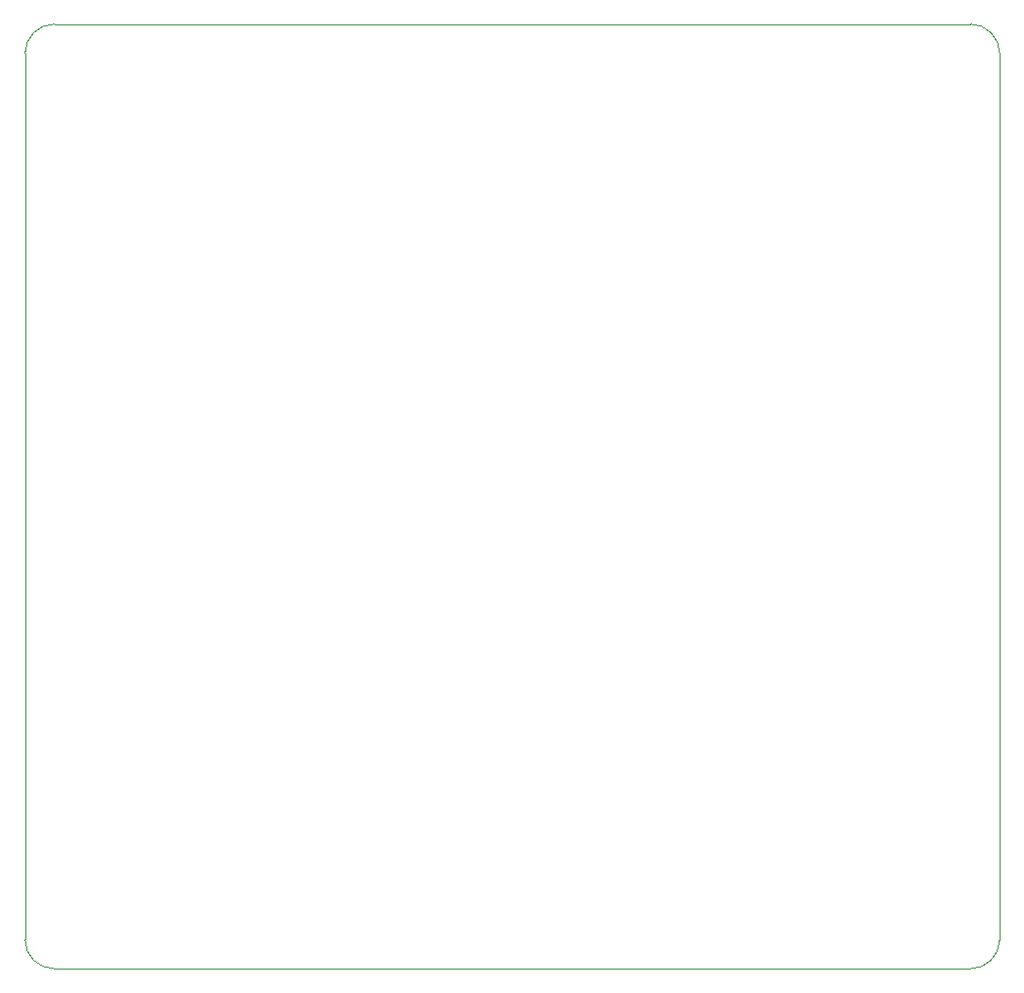
<source format=gbr>
%TF.GenerationSoftware,KiCad,Pcbnew,7.0.7-7.0.7~ubuntu22.04.1*%
%TF.CreationDate,2023-10-02T11:26:06+02:00*%
%TF.ProjectId,interrupter,696e7465-7272-4757-9074-65722e6b6963,rev?*%
%TF.SameCoordinates,Original*%
%TF.FileFunction,Profile,NP*%
%FSLAX46Y46*%
G04 Gerber Fmt 4.6, Leading zero omitted, Abs format (unit mm)*
G04 Created by KiCad (PCBNEW 7.0.7-7.0.7~ubuntu22.04.1) date 2023-10-02 11:26:06*
%MOMM*%
%LPD*%
G01*
G04 APERTURE LIST*
%TA.AperFunction,Profile*%
%ADD10C,0.100000*%
%TD*%
G04 APERTURE END LIST*
D10*
X106045000Y-27940000D02*
G75*
G03*
X103505000Y-25400000I-2540000J0D01*
G01*
X24130000Y-25400000D02*
G75*
G03*
X21590000Y-27940000I0J-2540000D01*
G01*
X21590000Y-104775000D02*
G75*
G03*
X24130000Y-107315000I2540000J0D01*
G01*
X21590000Y-27940000D02*
X21590000Y-104775000D01*
X24130000Y-25400000D02*
X103505000Y-25400000D01*
X106045000Y-104860000D02*
X106045000Y-27940000D01*
X103505000Y-107316420D02*
G75*
G03*
X106044998Y-104860000I0J2541420D01*
G01*
X103505000Y-107316421D02*
X24130000Y-107315000D01*
M02*

</source>
